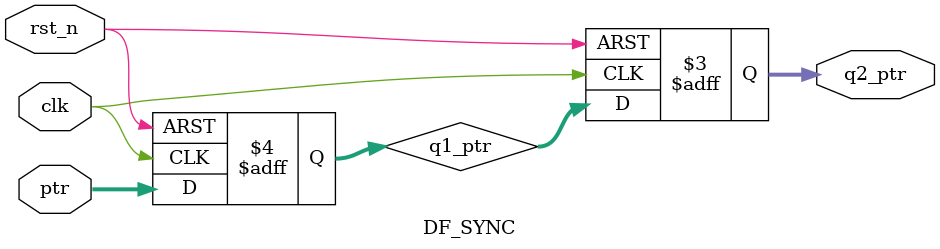
<source format=v>
module DF_SYNC #(parameter W = 4) (
	input 				clk, rst_n,
	input 		[W-1:0]	ptr,
	output reg	[W-1:0]	q2_ptr
);

	reg [W-1:0] q1_ptr;

	always @(posedge clk or negedge rst_n) begin : proc_syn
		if(~rst_n) begin
			q2_ptr <= 0;
			q1_ptr <= 0;
		end 
		else begin
			q2_ptr <= q1_ptr;
			q1_ptr <= ptr;
		end
	end

endmodule
</source>
